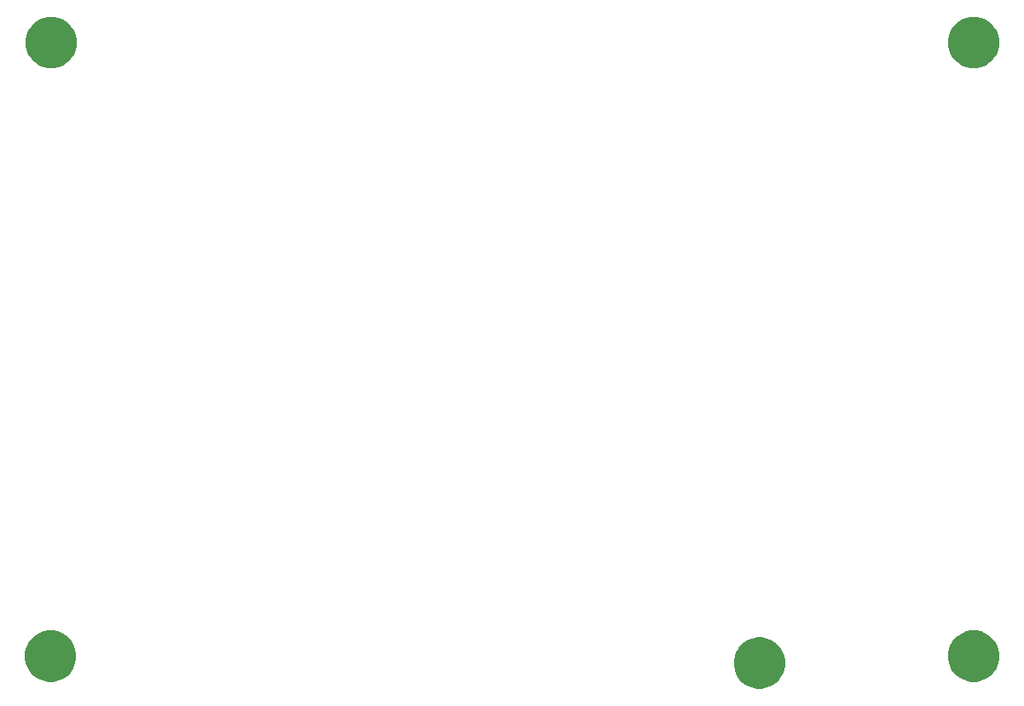
<source format=gbr>
G04 #@! TF.GenerationSoftware,KiCad,Pcbnew,(5.1.2)-2*
G04 #@! TF.CreationDate,2021-05-04T12:07:43-04:00*
G04 #@! TF.ProjectId,Magnetometer_A,4d61676e-6574-46f6-9d65-7465725f412e,rev?*
G04 #@! TF.SameCoordinates,Original*
G04 #@! TF.FileFunction,Soldermask,Bot*
G04 #@! TF.FilePolarity,Negative*
%FSLAX46Y46*%
G04 Gerber Fmt 4.6, Leading zero omitted, Abs format (unit mm)*
G04 Created by KiCad (PCBNEW (5.1.2)-2) date 2021-05-04 12:07:43*
%MOMM*%
%LPD*%
G04 APERTURE LIST*
%ADD10C,0.100000*%
G04 APERTURE END LIST*
D10*
G36*
X113344098Y-103347033D02*
G01*
X113674363Y-103483833D01*
X113808352Y-103539333D01*
X114226168Y-103818509D01*
X114581491Y-104173832D01*
X114709828Y-104365902D01*
X114860668Y-104591650D01*
X115052967Y-105055902D01*
X115151000Y-105548747D01*
X115151000Y-106051253D01*
X115052967Y-106544098D01*
X114973409Y-106736168D01*
X114860667Y-107008352D01*
X114581491Y-107426168D01*
X114226168Y-107781491D01*
X113808352Y-108060667D01*
X113808351Y-108060668D01*
X113808350Y-108060668D01*
X113344098Y-108252967D01*
X112851253Y-108351000D01*
X112348747Y-108351000D01*
X111855902Y-108252967D01*
X111391650Y-108060668D01*
X111391649Y-108060668D01*
X111391648Y-108060667D01*
X110973832Y-107781491D01*
X110618509Y-107426168D01*
X110339333Y-107008352D01*
X110226591Y-106736168D01*
X110147033Y-106544098D01*
X110049000Y-106051253D01*
X110049000Y-105548747D01*
X110147033Y-105055902D01*
X110339332Y-104591650D01*
X110490172Y-104365902D01*
X110618509Y-104173832D01*
X110973832Y-103818509D01*
X111391648Y-103539333D01*
X111525637Y-103483833D01*
X111855902Y-103347033D01*
X112348747Y-103249000D01*
X112851253Y-103249000D01*
X113344098Y-103347033D01*
X113344098Y-103347033D01*
G37*
G36*
X134604098Y-102657033D02*
G01*
X135068350Y-102849332D01*
X135068352Y-102849333D01*
X135486168Y-103128509D01*
X135841491Y-103483832D01*
X136065115Y-103818509D01*
X136120668Y-103901650D01*
X136312967Y-104365902D01*
X136411000Y-104858747D01*
X136411000Y-105361253D01*
X136312967Y-105854098D01*
X136231303Y-106051252D01*
X136120667Y-106318352D01*
X135841491Y-106736168D01*
X135486168Y-107091491D01*
X135068352Y-107370667D01*
X135068351Y-107370668D01*
X135068350Y-107370668D01*
X134604098Y-107562967D01*
X134111253Y-107661000D01*
X133608747Y-107661000D01*
X133115902Y-107562967D01*
X132651650Y-107370668D01*
X132651649Y-107370668D01*
X132651648Y-107370667D01*
X132233832Y-107091491D01*
X131878509Y-106736168D01*
X131599333Y-106318352D01*
X131488697Y-106051252D01*
X131407033Y-105854098D01*
X131309000Y-105361253D01*
X131309000Y-104858747D01*
X131407033Y-104365902D01*
X131599332Y-103901650D01*
X131654885Y-103818509D01*
X131878509Y-103483832D01*
X132233832Y-103128509D01*
X132651648Y-102849333D01*
X132651650Y-102849332D01*
X133115902Y-102657033D01*
X133608747Y-102559000D01*
X134111253Y-102559000D01*
X134604098Y-102657033D01*
X134604098Y-102657033D01*
G37*
G36*
X42954098Y-102657033D02*
G01*
X43418350Y-102849332D01*
X43418352Y-102849333D01*
X43836168Y-103128509D01*
X44191491Y-103483832D01*
X44415115Y-103818509D01*
X44470668Y-103901650D01*
X44662967Y-104365902D01*
X44761000Y-104858747D01*
X44761000Y-105361253D01*
X44662967Y-105854098D01*
X44581303Y-106051252D01*
X44470667Y-106318352D01*
X44191491Y-106736168D01*
X43836168Y-107091491D01*
X43418352Y-107370667D01*
X43418351Y-107370668D01*
X43418350Y-107370668D01*
X42954098Y-107562967D01*
X42461253Y-107661000D01*
X41958747Y-107661000D01*
X41465902Y-107562967D01*
X41001650Y-107370668D01*
X41001649Y-107370668D01*
X41001648Y-107370667D01*
X40583832Y-107091491D01*
X40228509Y-106736168D01*
X39949333Y-106318352D01*
X39838697Y-106051252D01*
X39757033Y-105854098D01*
X39659000Y-105361253D01*
X39659000Y-104858747D01*
X39757033Y-104365902D01*
X39949332Y-103901650D01*
X40004885Y-103818509D01*
X40228509Y-103483832D01*
X40583832Y-103128509D01*
X41001648Y-102849333D01*
X41001650Y-102849332D01*
X41465902Y-102657033D01*
X41958747Y-102559000D01*
X42461253Y-102559000D01*
X42954098Y-102657033D01*
X42954098Y-102657033D01*
G37*
G36*
X134604098Y-41657033D02*
G01*
X135068350Y-41849332D01*
X135068352Y-41849333D01*
X135486168Y-42128509D01*
X135841491Y-42483832D01*
X136120667Y-42901648D01*
X136120668Y-42901650D01*
X136312967Y-43365902D01*
X136411000Y-43858747D01*
X136411000Y-44361253D01*
X136312967Y-44854098D01*
X136120668Y-45318350D01*
X136120667Y-45318352D01*
X135841491Y-45736168D01*
X135486168Y-46091491D01*
X135068352Y-46370667D01*
X135068351Y-46370668D01*
X135068350Y-46370668D01*
X134604098Y-46562967D01*
X134111253Y-46661000D01*
X133608747Y-46661000D01*
X133115902Y-46562967D01*
X132651650Y-46370668D01*
X132651649Y-46370668D01*
X132651648Y-46370667D01*
X132233832Y-46091491D01*
X131878509Y-45736168D01*
X131599333Y-45318352D01*
X131599332Y-45318350D01*
X131407033Y-44854098D01*
X131309000Y-44361253D01*
X131309000Y-43858747D01*
X131407033Y-43365902D01*
X131599332Y-42901650D01*
X131599333Y-42901648D01*
X131878509Y-42483832D01*
X132233832Y-42128509D01*
X132651648Y-41849333D01*
X132651650Y-41849332D01*
X133115902Y-41657033D01*
X133608747Y-41559000D01*
X134111253Y-41559000D01*
X134604098Y-41657033D01*
X134604098Y-41657033D01*
G37*
G36*
X43004098Y-41657033D02*
G01*
X43468350Y-41849332D01*
X43468352Y-41849333D01*
X43886168Y-42128509D01*
X44241491Y-42483832D01*
X44520667Y-42901648D01*
X44520668Y-42901650D01*
X44712967Y-43365902D01*
X44811000Y-43858747D01*
X44811000Y-44361253D01*
X44712967Y-44854098D01*
X44520668Y-45318350D01*
X44520667Y-45318352D01*
X44241491Y-45736168D01*
X43886168Y-46091491D01*
X43468352Y-46370667D01*
X43468351Y-46370668D01*
X43468350Y-46370668D01*
X43004098Y-46562967D01*
X42511253Y-46661000D01*
X42008747Y-46661000D01*
X41515902Y-46562967D01*
X41051650Y-46370668D01*
X41051649Y-46370668D01*
X41051648Y-46370667D01*
X40633832Y-46091491D01*
X40278509Y-45736168D01*
X39999333Y-45318352D01*
X39999332Y-45318350D01*
X39807033Y-44854098D01*
X39709000Y-44361253D01*
X39709000Y-43858747D01*
X39807033Y-43365902D01*
X39999332Y-42901650D01*
X39999333Y-42901648D01*
X40278509Y-42483832D01*
X40633832Y-42128509D01*
X41051648Y-41849333D01*
X41051650Y-41849332D01*
X41515902Y-41657033D01*
X42008747Y-41559000D01*
X42511253Y-41559000D01*
X43004098Y-41657033D01*
X43004098Y-41657033D01*
G37*
M02*

</source>
